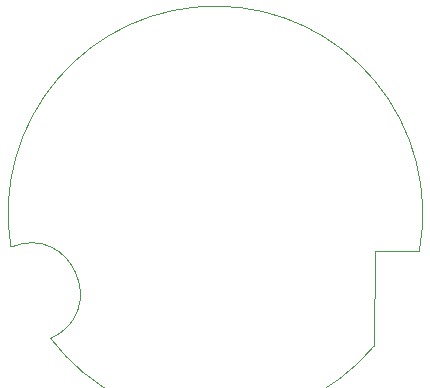
<source format=gbr>
%TF.GenerationSoftware,KiCad,Pcbnew,(7.0.0-0)*%
%TF.CreationDate,2023-10-07T19:29:11-07:00*%
%TF.ProjectId,tiny_rocket_av_bay,74696e79-5f72-46f6-936b-65745f61765f,rev?*%
%TF.SameCoordinates,Original*%
%TF.FileFunction,Profile,NP*%
%FSLAX46Y46*%
G04 Gerber Fmt 4.6, Leading zero omitted, Abs format (unit mm)*
G04 Created by KiCad (PCBNEW (7.0.0-0)) date 2023-10-07 19:29:11*
%MOMM*%
%LPD*%
G01*
G04 APERTURE LIST*
%TA.AperFunction,Profile*%
%ADD10C,0.100000*%
%TD*%
G04 APERTURE END LIST*
D10*
X70796328Y-94475197D02*
G75*
G03*
X36209126Y-94156419I-17265828J3172777D01*
G01*
X70796329Y-94475197D02*
X67056000Y-94488000D01*
X39584112Y-101887385D02*
G75*
G03*
X66960114Y-102535795I13946388J10584965D01*
G01*
X39584111Y-101887386D02*
G75*
G03*
X36209124Y-94156419I-1738111J3843386D01*
G01*
X67056000Y-94488000D02*
X66960114Y-102535795D01*
M02*

</source>
